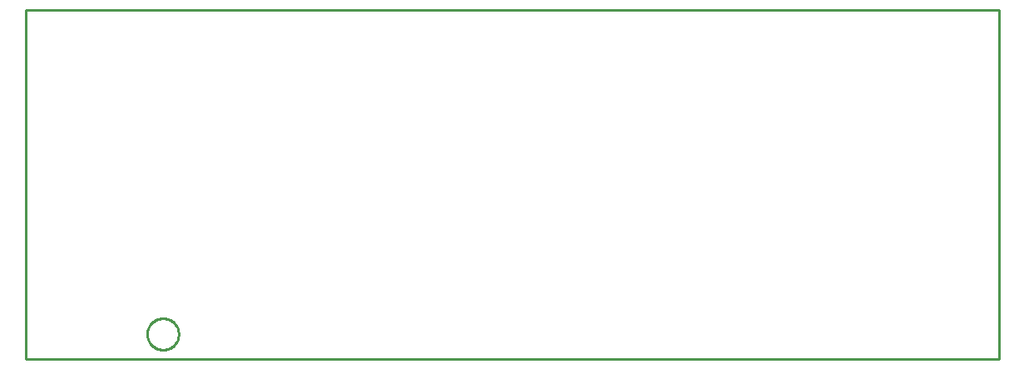
<source format=gko>
G04 EAGLE Gerber RS-274X export*
G75*
%MOMM*%
%FSLAX34Y34*%
%LPD*%
%INBoard Outline*%
%IPPOS*%
%AMOC8*
5,1,8,0,0,1.08239X$1,22.5*%
G01*
%ADD10C,0.000000*%
%ADD11C,0.254000*%


D10*
X0Y0D02*
X990400Y0D01*
X990600Y355600D01*
X0Y355600D01*
X0Y0D01*
X123700Y25400D02*
X123705Y25793D01*
X123719Y26185D01*
X123743Y26577D01*
X123777Y26968D01*
X123820Y27359D01*
X123873Y27748D01*
X123936Y28135D01*
X124007Y28521D01*
X124089Y28906D01*
X124179Y29288D01*
X124280Y29667D01*
X124389Y30045D01*
X124508Y30419D01*
X124635Y30790D01*
X124772Y31158D01*
X124918Y31523D01*
X125073Y31884D01*
X125236Y32241D01*
X125408Y32594D01*
X125589Y32942D01*
X125779Y33286D01*
X125976Y33626D01*
X126182Y33960D01*
X126396Y34289D01*
X126619Y34613D01*
X126849Y34931D01*
X127086Y35244D01*
X127332Y35550D01*
X127585Y35851D01*
X127845Y36145D01*
X128112Y36433D01*
X128386Y36714D01*
X128667Y36988D01*
X128955Y37255D01*
X129249Y37515D01*
X129550Y37768D01*
X129856Y38014D01*
X130169Y38251D01*
X130487Y38481D01*
X130811Y38704D01*
X131140Y38918D01*
X131474Y39124D01*
X131814Y39321D01*
X132158Y39511D01*
X132506Y39692D01*
X132859Y39864D01*
X133216Y40027D01*
X133577Y40182D01*
X133942Y40328D01*
X134310Y40465D01*
X134681Y40592D01*
X135055Y40711D01*
X135433Y40820D01*
X135812Y40921D01*
X136194Y41011D01*
X136579Y41093D01*
X136965Y41164D01*
X137352Y41227D01*
X137741Y41280D01*
X138132Y41323D01*
X138523Y41357D01*
X138915Y41381D01*
X139307Y41395D01*
X139700Y41400D01*
X140093Y41395D01*
X140485Y41381D01*
X140877Y41357D01*
X141268Y41323D01*
X141659Y41280D01*
X142048Y41227D01*
X142435Y41164D01*
X142821Y41093D01*
X143206Y41011D01*
X143588Y40921D01*
X143967Y40820D01*
X144345Y40711D01*
X144719Y40592D01*
X145090Y40465D01*
X145458Y40328D01*
X145823Y40182D01*
X146184Y40027D01*
X146541Y39864D01*
X146894Y39692D01*
X147242Y39511D01*
X147586Y39321D01*
X147926Y39124D01*
X148260Y38918D01*
X148589Y38704D01*
X148913Y38481D01*
X149231Y38251D01*
X149544Y38014D01*
X149850Y37768D01*
X150151Y37515D01*
X150445Y37255D01*
X150733Y36988D01*
X151014Y36714D01*
X151288Y36433D01*
X151555Y36145D01*
X151815Y35851D01*
X152068Y35550D01*
X152314Y35244D01*
X152551Y34931D01*
X152781Y34613D01*
X153004Y34289D01*
X153218Y33960D01*
X153424Y33626D01*
X153621Y33286D01*
X153811Y32942D01*
X153992Y32594D01*
X154164Y32241D01*
X154327Y31884D01*
X154482Y31523D01*
X154628Y31158D01*
X154765Y30790D01*
X154892Y30419D01*
X155011Y30045D01*
X155120Y29667D01*
X155221Y29288D01*
X155311Y28906D01*
X155393Y28521D01*
X155464Y28135D01*
X155527Y27748D01*
X155580Y27359D01*
X155623Y26968D01*
X155657Y26577D01*
X155681Y26185D01*
X155695Y25793D01*
X155700Y25400D01*
X155695Y25007D01*
X155681Y24615D01*
X155657Y24223D01*
X155623Y23832D01*
X155580Y23441D01*
X155527Y23052D01*
X155464Y22665D01*
X155393Y22279D01*
X155311Y21894D01*
X155221Y21512D01*
X155120Y21133D01*
X155011Y20755D01*
X154892Y20381D01*
X154765Y20010D01*
X154628Y19642D01*
X154482Y19277D01*
X154327Y18916D01*
X154164Y18559D01*
X153992Y18206D01*
X153811Y17858D01*
X153621Y17514D01*
X153424Y17174D01*
X153218Y16840D01*
X153004Y16511D01*
X152781Y16187D01*
X152551Y15869D01*
X152314Y15556D01*
X152068Y15250D01*
X151815Y14949D01*
X151555Y14655D01*
X151288Y14367D01*
X151014Y14086D01*
X150733Y13812D01*
X150445Y13545D01*
X150151Y13285D01*
X149850Y13032D01*
X149544Y12786D01*
X149231Y12549D01*
X148913Y12319D01*
X148589Y12096D01*
X148260Y11882D01*
X147926Y11676D01*
X147586Y11479D01*
X147242Y11289D01*
X146894Y11108D01*
X146541Y10936D01*
X146184Y10773D01*
X145823Y10618D01*
X145458Y10472D01*
X145090Y10335D01*
X144719Y10208D01*
X144345Y10089D01*
X143967Y9980D01*
X143588Y9879D01*
X143206Y9789D01*
X142821Y9707D01*
X142435Y9636D01*
X142048Y9573D01*
X141659Y9520D01*
X141268Y9477D01*
X140877Y9443D01*
X140485Y9419D01*
X140093Y9405D01*
X139700Y9400D01*
X139307Y9405D01*
X138915Y9419D01*
X138523Y9443D01*
X138132Y9477D01*
X137741Y9520D01*
X137352Y9573D01*
X136965Y9636D01*
X136579Y9707D01*
X136194Y9789D01*
X135812Y9879D01*
X135433Y9980D01*
X135055Y10089D01*
X134681Y10208D01*
X134310Y10335D01*
X133942Y10472D01*
X133577Y10618D01*
X133216Y10773D01*
X132859Y10936D01*
X132506Y11108D01*
X132158Y11289D01*
X131814Y11479D01*
X131474Y11676D01*
X131140Y11882D01*
X130811Y12096D01*
X130487Y12319D01*
X130169Y12549D01*
X129856Y12786D01*
X129550Y13032D01*
X129249Y13285D01*
X128955Y13545D01*
X128667Y13812D01*
X128386Y14086D01*
X128112Y14367D01*
X127845Y14655D01*
X127585Y14949D01*
X127332Y15250D01*
X127086Y15556D01*
X126849Y15869D01*
X126619Y16187D01*
X126396Y16511D01*
X126182Y16840D01*
X125976Y17174D01*
X125779Y17514D01*
X125589Y17858D01*
X125408Y18206D01*
X125236Y18559D01*
X125073Y18916D01*
X124918Y19277D01*
X124772Y19642D01*
X124635Y20010D01*
X124508Y20381D01*
X124389Y20755D01*
X124280Y21133D01*
X124179Y21512D01*
X124089Y21894D01*
X124007Y22279D01*
X123936Y22665D01*
X123873Y23052D01*
X123820Y23441D01*
X123777Y23832D01*
X123743Y24223D01*
X123719Y24615D01*
X123705Y25007D01*
X123700Y25400D01*
D11*
X0Y0D02*
X990400Y0D01*
X990600Y355600D01*
X0Y355600D01*
X0Y0D01*
X155700Y24876D02*
X155632Y23831D01*
X155495Y22792D01*
X155290Y21765D01*
X155019Y20753D01*
X154683Y19761D01*
X154282Y18793D01*
X153818Y17854D01*
X153295Y16946D01*
X152713Y16075D01*
X152075Y15244D01*
X151384Y14457D01*
X150643Y13716D01*
X149856Y13025D01*
X149025Y12388D01*
X148154Y11806D01*
X147246Y11282D01*
X146307Y10818D01*
X145339Y10417D01*
X144347Y10081D01*
X143335Y9810D01*
X142308Y9605D01*
X141269Y9469D01*
X140224Y9400D01*
X139176Y9400D01*
X138131Y9469D01*
X137092Y9605D01*
X136065Y9810D01*
X135053Y10081D01*
X134061Y10417D01*
X133093Y10818D01*
X132154Y11282D01*
X131246Y11806D01*
X130375Y12388D01*
X129544Y13025D01*
X128757Y13716D01*
X128016Y14457D01*
X127325Y15244D01*
X126688Y16075D01*
X126106Y16946D01*
X125582Y17854D01*
X125118Y18793D01*
X124717Y19761D01*
X124381Y20753D01*
X124110Y21765D01*
X123905Y22792D01*
X123769Y23831D01*
X123700Y24876D01*
X123700Y25924D01*
X123769Y26969D01*
X123905Y28008D01*
X124110Y29035D01*
X124381Y30047D01*
X124717Y31039D01*
X125118Y32007D01*
X125582Y32946D01*
X126106Y33854D01*
X126688Y34725D01*
X127325Y35556D01*
X128016Y36343D01*
X128757Y37084D01*
X129544Y37775D01*
X130375Y38413D01*
X131246Y38995D01*
X132154Y39518D01*
X133093Y39982D01*
X134061Y40383D01*
X135053Y40719D01*
X136065Y40990D01*
X137092Y41195D01*
X138131Y41332D01*
X139176Y41400D01*
X140224Y41400D01*
X141269Y41332D01*
X142308Y41195D01*
X143335Y40990D01*
X144347Y40719D01*
X145339Y40383D01*
X146307Y39982D01*
X147246Y39518D01*
X148154Y38995D01*
X149025Y38413D01*
X149856Y37775D01*
X150643Y37084D01*
X151384Y36343D01*
X152075Y35556D01*
X152713Y34725D01*
X153295Y33854D01*
X153818Y32946D01*
X154282Y32007D01*
X154683Y31039D01*
X155019Y30047D01*
X155290Y29035D01*
X155495Y28008D01*
X155632Y26969D01*
X155700Y25924D01*
X155700Y24876D01*
M02*

</source>
